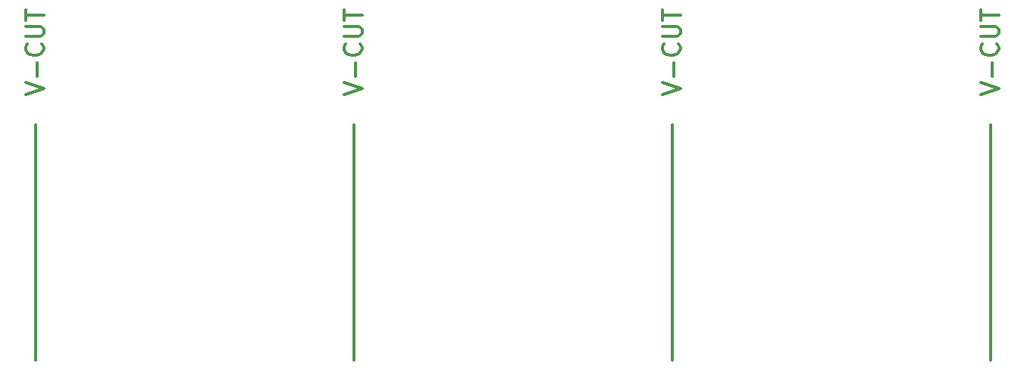
<source format=gbr>
%TF.GenerationSoftware,KiCad,Pcbnew,8.0.2*%
%TF.CreationDate,2025-03-04T10:53:31+01:00*%
%TF.ProjectId,USB-C_PD_Module_PANELIZED,5553422d-435f-4504-945f-4d6f64756c65,rev?*%
%TF.SameCoordinates,Original*%
%TF.FileFunction,Other,Comment*%
%FSLAX46Y46*%
G04 Gerber Fmt 4.6, Leading zero omitted, Abs format (unit mm)*
G04 Created by KiCad (PCBNEW 8.0.2) date 2025-03-04 10:53:31*
%MOMM*%
%LPD*%
G01*
G04 APERTURE LIST*
%ADD10C,0.300000*%
G04 APERTURE END LIST*
D10*
X166280000Y-17000000D02*
X166280000Y-43320000D01*
X201840000Y-17000000D02*
X201840000Y-43320000D01*
X95160000Y-17000000D02*
X95160000Y-43320000D01*
X130720000Y-17000000D02*
X130720000Y-43320000D01*
X129629638Y-13612155D02*
X131629638Y-12945489D01*
X131629638Y-12945489D02*
X129629638Y-12278822D01*
X130867733Y-11612155D02*
X130867733Y-10088346D01*
X131439161Y-7993108D02*
X131534400Y-8088346D01*
X131534400Y-8088346D02*
X131629638Y-8374060D01*
X131629638Y-8374060D02*
X131629638Y-8564536D01*
X131629638Y-8564536D02*
X131534400Y-8850251D01*
X131534400Y-8850251D02*
X131343923Y-9040727D01*
X131343923Y-9040727D02*
X131153447Y-9135965D01*
X131153447Y-9135965D02*
X130772495Y-9231203D01*
X130772495Y-9231203D02*
X130486780Y-9231203D01*
X130486780Y-9231203D02*
X130105828Y-9135965D01*
X130105828Y-9135965D02*
X129915352Y-9040727D01*
X129915352Y-9040727D02*
X129724876Y-8850251D01*
X129724876Y-8850251D02*
X129629638Y-8564536D01*
X129629638Y-8564536D02*
X129629638Y-8374060D01*
X129629638Y-8374060D02*
X129724876Y-8088346D01*
X129724876Y-8088346D02*
X129820114Y-7993108D01*
X129629638Y-7135965D02*
X131248685Y-7135965D01*
X131248685Y-7135965D02*
X131439161Y-7040727D01*
X131439161Y-7040727D02*
X131534400Y-6945489D01*
X131534400Y-6945489D02*
X131629638Y-6755013D01*
X131629638Y-6755013D02*
X131629638Y-6374060D01*
X131629638Y-6374060D02*
X131534400Y-6183584D01*
X131534400Y-6183584D02*
X131439161Y-6088346D01*
X131439161Y-6088346D02*
X131248685Y-5993108D01*
X131248685Y-5993108D02*
X129629638Y-5993108D01*
X129629638Y-5326441D02*
X129629638Y-4183584D01*
X131629638Y-4755013D02*
X129629638Y-4755013D01*
X165189638Y-13612155D02*
X167189638Y-12945489D01*
X167189638Y-12945489D02*
X165189638Y-12278822D01*
X166427733Y-11612155D02*
X166427733Y-10088346D01*
X166999161Y-7993108D02*
X167094400Y-8088346D01*
X167094400Y-8088346D02*
X167189638Y-8374060D01*
X167189638Y-8374060D02*
X167189638Y-8564536D01*
X167189638Y-8564536D02*
X167094400Y-8850251D01*
X167094400Y-8850251D02*
X166903923Y-9040727D01*
X166903923Y-9040727D02*
X166713447Y-9135965D01*
X166713447Y-9135965D02*
X166332495Y-9231203D01*
X166332495Y-9231203D02*
X166046780Y-9231203D01*
X166046780Y-9231203D02*
X165665828Y-9135965D01*
X165665828Y-9135965D02*
X165475352Y-9040727D01*
X165475352Y-9040727D02*
X165284876Y-8850251D01*
X165284876Y-8850251D02*
X165189638Y-8564536D01*
X165189638Y-8564536D02*
X165189638Y-8374060D01*
X165189638Y-8374060D02*
X165284876Y-8088346D01*
X165284876Y-8088346D02*
X165380114Y-7993108D01*
X165189638Y-7135965D02*
X166808685Y-7135965D01*
X166808685Y-7135965D02*
X166999161Y-7040727D01*
X166999161Y-7040727D02*
X167094400Y-6945489D01*
X167094400Y-6945489D02*
X167189638Y-6755013D01*
X167189638Y-6755013D02*
X167189638Y-6374060D01*
X167189638Y-6374060D02*
X167094400Y-6183584D01*
X167094400Y-6183584D02*
X166999161Y-6088346D01*
X166999161Y-6088346D02*
X166808685Y-5993108D01*
X166808685Y-5993108D02*
X165189638Y-5993108D01*
X165189638Y-5326441D02*
X165189638Y-4183584D01*
X167189638Y-4755013D02*
X165189638Y-4755013D01*
X94069638Y-13612155D02*
X96069638Y-12945489D01*
X96069638Y-12945489D02*
X94069638Y-12278822D01*
X95307733Y-11612155D02*
X95307733Y-10088346D01*
X95879161Y-7993108D02*
X95974400Y-8088346D01*
X95974400Y-8088346D02*
X96069638Y-8374060D01*
X96069638Y-8374060D02*
X96069638Y-8564536D01*
X96069638Y-8564536D02*
X95974400Y-8850251D01*
X95974400Y-8850251D02*
X95783923Y-9040727D01*
X95783923Y-9040727D02*
X95593447Y-9135965D01*
X95593447Y-9135965D02*
X95212495Y-9231203D01*
X95212495Y-9231203D02*
X94926780Y-9231203D01*
X94926780Y-9231203D02*
X94545828Y-9135965D01*
X94545828Y-9135965D02*
X94355352Y-9040727D01*
X94355352Y-9040727D02*
X94164876Y-8850251D01*
X94164876Y-8850251D02*
X94069638Y-8564536D01*
X94069638Y-8564536D02*
X94069638Y-8374060D01*
X94069638Y-8374060D02*
X94164876Y-8088346D01*
X94164876Y-8088346D02*
X94260114Y-7993108D01*
X94069638Y-7135965D02*
X95688685Y-7135965D01*
X95688685Y-7135965D02*
X95879161Y-7040727D01*
X95879161Y-7040727D02*
X95974400Y-6945489D01*
X95974400Y-6945489D02*
X96069638Y-6755013D01*
X96069638Y-6755013D02*
X96069638Y-6374060D01*
X96069638Y-6374060D02*
X95974400Y-6183584D01*
X95974400Y-6183584D02*
X95879161Y-6088346D01*
X95879161Y-6088346D02*
X95688685Y-5993108D01*
X95688685Y-5993108D02*
X94069638Y-5993108D01*
X94069638Y-5326441D02*
X94069638Y-4183584D01*
X96069638Y-4755013D02*
X94069638Y-4755013D01*
X200749638Y-13612155D02*
X202749638Y-12945489D01*
X202749638Y-12945489D02*
X200749638Y-12278822D01*
X201987733Y-11612155D02*
X201987733Y-10088346D01*
X202559161Y-7993108D02*
X202654400Y-8088346D01*
X202654400Y-8088346D02*
X202749638Y-8374060D01*
X202749638Y-8374060D02*
X202749638Y-8564536D01*
X202749638Y-8564536D02*
X202654400Y-8850251D01*
X202654400Y-8850251D02*
X202463923Y-9040727D01*
X202463923Y-9040727D02*
X202273447Y-9135965D01*
X202273447Y-9135965D02*
X201892495Y-9231203D01*
X201892495Y-9231203D02*
X201606780Y-9231203D01*
X201606780Y-9231203D02*
X201225828Y-9135965D01*
X201225828Y-9135965D02*
X201035352Y-9040727D01*
X201035352Y-9040727D02*
X200844876Y-8850251D01*
X200844876Y-8850251D02*
X200749638Y-8564536D01*
X200749638Y-8564536D02*
X200749638Y-8374060D01*
X200749638Y-8374060D02*
X200844876Y-8088346D01*
X200844876Y-8088346D02*
X200940114Y-7993108D01*
X200749638Y-7135965D02*
X202368685Y-7135965D01*
X202368685Y-7135965D02*
X202559161Y-7040727D01*
X202559161Y-7040727D02*
X202654400Y-6945489D01*
X202654400Y-6945489D02*
X202749638Y-6755013D01*
X202749638Y-6755013D02*
X202749638Y-6374060D01*
X202749638Y-6374060D02*
X202654400Y-6183584D01*
X202654400Y-6183584D02*
X202559161Y-6088346D01*
X202559161Y-6088346D02*
X202368685Y-5993108D01*
X202368685Y-5993108D02*
X200749638Y-5993108D01*
X200749638Y-5326441D02*
X200749638Y-4183584D01*
X202749638Y-4755013D02*
X200749638Y-4755013D01*
M02*

</source>
